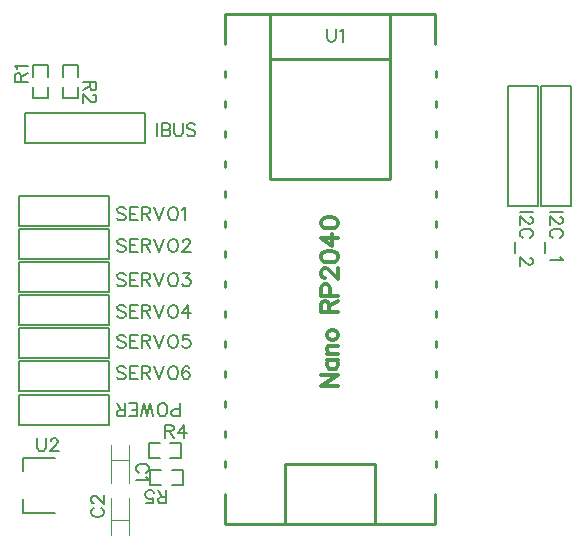
<source format=gto>
G04 Layer: TopSilkscreenLayer*
G04 EasyEDA v6.5.51, 2025-09-08 19:21:40*
G04 d3bb8f252c9f4849ab45821a22fd5e0f,1706e92ce9fe400092762f31ba6d8469,10*
G04 Gerber Generator version 0.2*
G04 Scale: 100 percent, Rotated: No, Reflected: No *
G04 Dimensions in millimeters *
G04 leading zeros omitted , absolute positions ,4 integer and 5 decimal *
%FSLAX45Y45*%
%MOMM*%

%ADD10C,0.1524*%
%ADD11C,0.3000*%
%ADD12C,0.0800*%
%ADD13C,0.2032*%
%ADD14C,0.2030*%
%ADD15C,0.2540*%
%ADD16C,0.0178*%

%LPD*%
D10*
X2682747Y4853559D02*
G01*
X2693161Y4858893D01*
X2703575Y4869306D01*
X2708656Y4879467D01*
X2708656Y4900295D01*
X2703575Y4910709D01*
X2693161Y4921122D01*
X2682747Y4926456D01*
X2667000Y4931537D01*
X2641091Y4931537D01*
X2625597Y4926456D01*
X2615184Y4921122D01*
X2604770Y4910709D01*
X2599690Y4900295D01*
X2599690Y4879467D01*
X2604770Y4869306D01*
X2615184Y4858893D01*
X2625597Y4853559D01*
X2687827Y4819269D02*
G01*
X2693161Y4808854D01*
X2708656Y4793361D01*
X2599690Y4793361D01*
X2244852Y4557140D02*
G01*
X2234438Y4551806D01*
X2224024Y4541393D01*
X2218943Y4531232D01*
X2218943Y4510404D01*
X2224024Y4499990D01*
X2234438Y4489577D01*
X2244852Y4484243D01*
X2260600Y4479162D01*
X2286508Y4479162D01*
X2302002Y4484243D01*
X2312415Y4489577D01*
X2322829Y4499990D01*
X2327909Y4510404D01*
X2327909Y4531232D01*
X2322829Y4541393D01*
X2312415Y4551806D01*
X2302002Y4557140D01*
X2244852Y4596511D02*
G01*
X2239772Y4596511D01*
X2229358Y4601845D01*
X2224024Y4606925D01*
X2218943Y4617338D01*
X2218943Y4638167D01*
X2224024Y4648580D01*
X2229358Y4653661D01*
X2239772Y4658995D01*
X2250186Y4658995D01*
X2260600Y4653661D01*
X2276093Y4643246D01*
X2327909Y4591430D01*
X2327909Y4664075D01*
X6211315Y7061200D02*
G01*
X6102350Y7061200D01*
X6185408Y7021829D02*
G01*
X6190488Y7021829D01*
X6200902Y7016495D01*
X6206236Y7011415D01*
X6211315Y7001002D01*
X6211315Y6980173D01*
X6206236Y6969760D01*
X6200902Y6964679D01*
X6190488Y6959345D01*
X6180074Y6959345D01*
X6169659Y6964679D01*
X6154165Y6974839D01*
X6102350Y7026910D01*
X6102350Y6954265D01*
X6185408Y6841997D02*
G01*
X6195822Y6847078D01*
X6206236Y6857492D01*
X6211315Y6867905D01*
X6211315Y6888734D01*
X6206236Y6899147D01*
X6195822Y6909562D01*
X6185408Y6914642D01*
X6169659Y6919976D01*
X6143752Y6919976D01*
X6128258Y6914642D01*
X6117843Y6909562D01*
X6107429Y6899147D01*
X6102350Y6888731D01*
X6102350Y6867905D01*
X6107429Y6857492D01*
X6117843Y6847078D01*
X6128258Y6841997D01*
X6065774Y6807708D02*
G01*
X6065774Y6714236D01*
X6190488Y6679945D02*
G01*
X6195822Y6669531D01*
X6211315Y6653784D01*
X6102350Y6653784D01*
X5957315Y7061200D02*
G01*
X5848350Y7061200D01*
X5931408Y7021829D02*
G01*
X5936488Y7021829D01*
X5946902Y7016495D01*
X5952236Y7011415D01*
X5957315Y7001002D01*
X5957315Y6980173D01*
X5952236Y6969760D01*
X5946902Y6964679D01*
X5936488Y6959345D01*
X5926074Y6959345D01*
X5915659Y6964679D01*
X5900165Y6974839D01*
X5848350Y7026910D01*
X5848350Y6954265D01*
X5931408Y6841997D02*
G01*
X5941822Y6847078D01*
X5952236Y6857492D01*
X5957315Y6867905D01*
X5957315Y6888734D01*
X5952236Y6899147D01*
X5941822Y6909562D01*
X5931408Y6914642D01*
X5915659Y6919976D01*
X5889752Y6919976D01*
X5874258Y6914642D01*
X5863843Y6909562D01*
X5853429Y6899147D01*
X5848350Y6888734D01*
X5848350Y6867905D01*
X5853429Y6857492D01*
X5863843Y6847078D01*
X5874258Y6841997D01*
X5811774Y6807708D02*
G01*
X5811774Y6714236D01*
X5931408Y6674612D02*
G01*
X5936488Y6674612D01*
X5946902Y6669531D01*
X5952236Y6664197D01*
X5957315Y6653784D01*
X5957315Y6633210D01*
X5952236Y6622795D01*
X5946902Y6617462D01*
X5936488Y6612381D01*
X5926074Y6612381D01*
X5915659Y6617462D01*
X5900165Y6627876D01*
X5848350Y6679945D01*
X5848350Y6607047D01*
X2781300Y7811515D02*
G01*
X2781300Y7702550D01*
X2815590Y7811515D02*
G01*
X2815590Y7702550D01*
X2815590Y7811515D02*
G01*
X2862325Y7811515D01*
X2877820Y7806436D01*
X2883154Y7801102D01*
X2888234Y7790687D01*
X2888234Y7780273D01*
X2883154Y7769860D01*
X2877820Y7764779D01*
X2862325Y7759700D01*
X2815590Y7759700D02*
G01*
X2862325Y7759700D01*
X2877820Y7754365D01*
X2883154Y7749286D01*
X2888234Y7738871D01*
X2888234Y7723123D01*
X2883154Y7712710D01*
X2877820Y7707629D01*
X2862325Y7702550D01*
X2815590Y7702550D01*
X2922524Y7811515D02*
G01*
X2922524Y7733537D01*
X2927858Y7718044D01*
X2938272Y7707629D01*
X2953765Y7702550D01*
X2964179Y7702550D01*
X2979674Y7707629D01*
X2990088Y7718044D01*
X2995422Y7733537D01*
X2995422Y7811515D01*
X3102356Y7796021D02*
G01*
X3091941Y7806436D01*
X3076447Y7811515D01*
X3055620Y7811515D01*
X3040125Y7806436D01*
X3029711Y7796021D01*
X3029711Y7785608D01*
X3034791Y7775194D01*
X3040125Y7769860D01*
X3050540Y7764779D01*
X3081527Y7754365D01*
X3091941Y7749286D01*
X3097275Y7743952D01*
X3102356Y7733537D01*
X3102356Y7718044D01*
X3091941Y7707629D01*
X3076447Y7702550D01*
X3055620Y7702550D01*
X3040125Y7707629D01*
X3029711Y7718044D01*
X2971802Y5332984D02*
G01*
X2971800Y5441950D01*
X2971802Y5332984D02*
G01*
X2925063Y5332984D01*
X2909570Y5338063D01*
X2904236Y5343397D01*
X2899156Y5353812D01*
X2899156Y5369305D01*
X2904236Y5379720D01*
X2909570Y5384800D01*
X2925063Y5390134D01*
X2971800Y5390136D01*
X2833624Y5332984D02*
G01*
X2844038Y5338063D01*
X2854452Y5348478D01*
X2859531Y5358892D01*
X2864865Y5374637D01*
X2864865Y5400547D01*
X2859531Y5416042D01*
X2854452Y5426455D01*
X2844038Y5436870D01*
X2833624Y5441950D01*
X2812795Y5441950D01*
X2802381Y5436870D01*
X2791968Y5426455D01*
X2786888Y5416042D01*
X2781554Y5400547D01*
X2781554Y5374639D01*
X2786888Y5358892D01*
X2791968Y5348478D01*
X2802381Y5338063D01*
X2812795Y5332984D01*
X2833624Y5332984D01*
X2747263Y5332984D02*
G01*
X2721356Y5441950D01*
X2695447Y5332984D02*
G01*
X2721356Y5441950D01*
X2695447Y5332984D02*
G01*
X2669540Y5441950D01*
X2643377Y5332984D02*
G01*
X2669540Y5441950D01*
X2609088Y5332984D02*
G01*
X2609088Y5441950D01*
X2609088Y5332984D02*
G01*
X2541524Y5332984D01*
X2609088Y5384800D02*
G01*
X2567686Y5384800D01*
X2609088Y5441950D02*
G01*
X2541524Y5441950D01*
X2507234Y5332984D02*
G01*
X2507234Y5441950D01*
X2507234Y5332984D02*
G01*
X2460497Y5332984D01*
X2445004Y5338063D01*
X2439670Y5343397D01*
X2434590Y5353812D01*
X2434590Y5364226D01*
X2439670Y5374639D01*
X2445004Y5379720D01*
X2460497Y5384800D01*
X2507234Y5384800D01*
X2470911Y5384800D02*
G01*
X2434590Y5441950D01*
X2511043Y7084821D02*
G01*
X2500629Y7095236D01*
X2485136Y7100315D01*
X2464308Y7100315D01*
X2448813Y7095236D01*
X2438400Y7084821D01*
X2438400Y7074408D01*
X2443479Y7063994D01*
X2448813Y7058660D01*
X2459227Y7053579D01*
X2490470Y7043165D01*
X2500629Y7038086D01*
X2505963Y7032752D01*
X2511043Y7022337D01*
X2511043Y7006844D01*
X2500629Y6996429D01*
X2485136Y6991350D01*
X2464308Y6991350D01*
X2448813Y6996429D01*
X2438400Y7006844D01*
X2545334Y7100315D02*
G01*
X2545334Y6991350D01*
X2545334Y7100315D02*
G01*
X2612897Y7100315D01*
X2545334Y7048500D02*
G01*
X2586990Y7048500D01*
X2545334Y6991350D02*
G01*
X2612897Y6991350D01*
X2647188Y7100315D02*
G01*
X2647188Y6991350D01*
X2647188Y7100315D02*
G01*
X2693924Y7100315D01*
X2709672Y7095236D01*
X2714752Y7089902D01*
X2720086Y7079487D01*
X2720086Y7069073D01*
X2714752Y7058660D01*
X2709672Y7053579D01*
X2693924Y7048500D01*
X2647188Y7048500D01*
X2683509Y7048500D02*
G01*
X2720086Y6991350D01*
X2754375Y7100315D02*
G01*
X2795777Y6991350D01*
X2837434Y7100315D02*
G01*
X2795777Y6991350D01*
X2902965Y7100315D02*
G01*
X2892552Y7095236D01*
X2882138Y7084821D01*
X2876804Y7074408D01*
X2871724Y7058660D01*
X2871724Y7032752D01*
X2876804Y7017258D01*
X2882138Y7006844D01*
X2892552Y6996429D01*
X2902965Y6991350D01*
X2923540Y6991350D01*
X2933954Y6996429D01*
X2944368Y7006844D01*
X2949702Y7017258D01*
X2954781Y7032752D01*
X2954781Y7058660D01*
X2949702Y7074408D01*
X2944368Y7084821D01*
X2933954Y7095236D01*
X2923540Y7100315D01*
X2902965Y7100315D01*
X2989072Y7079487D02*
G01*
X2999486Y7084821D01*
X3014979Y7100315D01*
X3014979Y6991350D01*
X2511043Y6818121D02*
G01*
X2500629Y6828536D01*
X2485136Y6833615D01*
X2464308Y6833615D01*
X2448813Y6828536D01*
X2438400Y6818121D01*
X2438400Y6807708D01*
X2443479Y6797294D01*
X2448813Y6791960D01*
X2459227Y6786879D01*
X2490470Y6776465D01*
X2500629Y6771386D01*
X2505963Y6766052D01*
X2511043Y6755637D01*
X2511043Y6740144D01*
X2500629Y6729729D01*
X2485136Y6724650D01*
X2464308Y6724650D01*
X2448813Y6729729D01*
X2438400Y6740144D01*
X2545334Y6833615D02*
G01*
X2545334Y6724650D01*
X2545334Y6833615D02*
G01*
X2612897Y6833615D01*
X2545334Y6781800D02*
G01*
X2586990Y6781800D01*
X2545334Y6724650D02*
G01*
X2612897Y6724650D01*
X2647188Y6833615D02*
G01*
X2647188Y6724650D01*
X2647188Y6833615D02*
G01*
X2693924Y6833615D01*
X2709672Y6828536D01*
X2714752Y6823202D01*
X2720086Y6812787D01*
X2720086Y6802373D01*
X2714752Y6791960D01*
X2709672Y6786879D01*
X2693924Y6781800D01*
X2647188Y6781800D01*
X2683509Y6781800D02*
G01*
X2720086Y6724650D01*
X2754375Y6833615D02*
G01*
X2795777Y6724650D01*
X2837434Y6833615D02*
G01*
X2795777Y6724650D01*
X2902965Y6833615D02*
G01*
X2892552Y6828536D01*
X2882138Y6818121D01*
X2876804Y6807708D01*
X2871724Y6791960D01*
X2871724Y6766052D01*
X2876804Y6750558D01*
X2882138Y6740144D01*
X2892552Y6729729D01*
X2902965Y6724650D01*
X2923540Y6724650D01*
X2933954Y6729729D01*
X2944368Y6740144D01*
X2949702Y6750558D01*
X2954781Y6766052D01*
X2954781Y6791960D01*
X2949702Y6807708D01*
X2944368Y6818121D01*
X2933954Y6828536D01*
X2923540Y6833615D01*
X2902965Y6833615D01*
X2994406Y6807708D02*
G01*
X2994406Y6812787D01*
X2999486Y6823202D01*
X3004820Y6828536D01*
X3014979Y6833615D01*
X3035808Y6833615D01*
X3046222Y6828536D01*
X3051556Y6823202D01*
X3056636Y6812787D01*
X3056636Y6802373D01*
X3051556Y6791960D01*
X3041141Y6776465D01*
X2989072Y6724650D01*
X3061970Y6724650D01*
X2511043Y6526021D02*
G01*
X2500629Y6536436D01*
X2485136Y6541515D01*
X2464308Y6541515D01*
X2448813Y6536436D01*
X2438400Y6526021D01*
X2438400Y6515607D01*
X2443479Y6505194D01*
X2448813Y6499860D01*
X2459227Y6494779D01*
X2490470Y6484365D01*
X2500629Y6479286D01*
X2505963Y6473952D01*
X2511043Y6463537D01*
X2511043Y6448044D01*
X2500629Y6437629D01*
X2485136Y6432550D01*
X2464308Y6432550D01*
X2448813Y6437629D01*
X2438400Y6448044D01*
X2545334Y6541515D02*
G01*
X2545334Y6432550D01*
X2545334Y6541515D02*
G01*
X2612897Y6541515D01*
X2545334Y6489700D02*
G01*
X2586990Y6489700D01*
X2545334Y6432550D02*
G01*
X2612897Y6432550D01*
X2647188Y6541515D02*
G01*
X2647188Y6432550D01*
X2647188Y6541515D02*
G01*
X2693924Y6541515D01*
X2709672Y6536436D01*
X2714752Y6531102D01*
X2720086Y6520687D01*
X2720086Y6510273D01*
X2714752Y6499860D01*
X2709672Y6494779D01*
X2693924Y6489700D01*
X2647188Y6489700D01*
X2683509Y6489700D02*
G01*
X2720086Y6432550D01*
X2754375Y6541515D02*
G01*
X2795777Y6432550D01*
X2837434Y6541515D02*
G01*
X2795777Y6432550D01*
X2902965Y6541515D02*
G01*
X2892552Y6536436D01*
X2882138Y6526021D01*
X2876804Y6515607D01*
X2871724Y6499860D01*
X2871724Y6473952D01*
X2876804Y6458457D01*
X2882138Y6448044D01*
X2892552Y6437629D01*
X2902965Y6432550D01*
X2923540Y6432550D01*
X2933954Y6437629D01*
X2944368Y6448044D01*
X2949702Y6458457D01*
X2954781Y6473952D01*
X2954781Y6499860D01*
X2949702Y6515607D01*
X2944368Y6526021D01*
X2933954Y6536436D01*
X2923540Y6541515D01*
X2902965Y6541515D01*
X2999486Y6541515D02*
G01*
X3056636Y6541515D01*
X3025393Y6499860D01*
X3041141Y6499860D01*
X3051556Y6494779D01*
X3056636Y6489700D01*
X3061970Y6473952D01*
X3061970Y6463537D01*
X3056636Y6448044D01*
X3046222Y6437629D01*
X3030727Y6432550D01*
X3014979Y6432550D01*
X2999486Y6437629D01*
X2994406Y6442710D01*
X2989072Y6453123D01*
X2511043Y6259321D02*
G01*
X2500629Y6269736D01*
X2485136Y6274815D01*
X2464308Y6274815D01*
X2448813Y6269736D01*
X2438400Y6259321D01*
X2438400Y6248907D01*
X2443479Y6238494D01*
X2448813Y6233160D01*
X2459227Y6228079D01*
X2490470Y6217665D01*
X2500629Y6212586D01*
X2505963Y6207252D01*
X2511043Y6196837D01*
X2511043Y6181344D01*
X2500629Y6170929D01*
X2485136Y6165850D01*
X2464308Y6165850D01*
X2448813Y6170929D01*
X2438400Y6181344D01*
X2545334Y6274815D02*
G01*
X2545334Y6165850D01*
X2545334Y6274815D02*
G01*
X2612897Y6274815D01*
X2545334Y6223000D02*
G01*
X2586990Y6223000D01*
X2545334Y6165850D02*
G01*
X2612897Y6165850D01*
X2647188Y6274815D02*
G01*
X2647188Y6165850D01*
X2647188Y6274815D02*
G01*
X2693924Y6274815D01*
X2709672Y6269736D01*
X2714752Y6264402D01*
X2720086Y6253987D01*
X2720086Y6243573D01*
X2714752Y6233160D01*
X2709672Y6228079D01*
X2693924Y6223000D01*
X2647188Y6223000D01*
X2683509Y6223000D02*
G01*
X2720086Y6165850D01*
X2754375Y6274815D02*
G01*
X2795777Y6165850D01*
X2837434Y6274815D02*
G01*
X2795777Y6165850D01*
X2902965Y6274815D02*
G01*
X2892552Y6269736D01*
X2882138Y6259321D01*
X2876804Y6248907D01*
X2871724Y6233160D01*
X2871724Y6207252D01*
X2876804Y6191757D01*
X2882138Y6181344D01*
X2892552Y6170929D01*
X2902965Y6165850D01*
X2923540Y6165850D01*
X2933954Y6170929D01*
X2944368Y6181344D01*
X2949702Y6191757D01*
X2954781Y6207252D01*
X2954781Y6233160D01*
X2949702Y6248907D01*
X2944368Y6259321D01*
X2933954Y6269736D01*
X2923540Y6274815D01*
X2902965Y6274815D01*
X3041141Y6274815D02*
G01*
X2989072Y6202171D01*
X3067050Y6202171D01*
X3041141Y6274815D02*
G01*
X3041141Y6165850D01*
X2511043Y6005321D02*
G01*
X2500629Y6015736D01*
X2485136Y6020815D01*
X2464308Y6020815D01*
X2448813Y6015736D01*
X2438400Y6005321D01*
X2438400Y5994907D01*
X2443479Y5984494D01*
X2448813Y5979160D01*
X2459227Y5974079D01*
X2490470Y5963665D01*
X2500629Y5958586D01*
X2505963Y5953252D01*
X2511043Y5942837D01*
X2511043Y5927344D01*
X2500629Y5916929D01*
X2485136Y5911850D01*
X2464308Y5911850D01*
X2448813Y5916929D01*
X2438400Y5927344D01*
X2545334Y6020815D02*
G01*
X2545334Y5911850D01*
X2545334Y6020815D02*
G01*
X2612897Y6020815D01*
X2545334Y5969000D02*
G01*
X2586990Y5969000D01*
X2545334Y5911850D02*
G01*
X2612897Y5911850D01*
X2647188Y6020815D02*
G01*
X2647188Y5911850D01*
X2647188Y6020815D02*
G01*
X2693924Y6020815D01*
X2709672Y6015736D01*
X2714752Y6010402D01*
X2720086Y5999987D01*
X2720086Y5989573D01*
X2714752Y5979160D01*
X2709672Y5974079D01*
X2693924Y5969000D01*
X2647188Y5969000D01*
X2683509Y5969000D02*
G01*
X2720086Y5911850D01*
X2754375Y6020815D02*
G01*
X2795777Y5911850D01*
X2837434Y6020815D02*
G01*
X2795777Y5911850D01*
X2902965Y6020815D02*
G01*
X2892552Y6015736D01*
X2882138Y6005321D01*
X2876804Y5994907D01*
X2871724Y5979160D01*
X2871724Y5953252D01*
X2876804Y5937757D01*
X2882138Y5927344D01*
X2892552Y5916929D01*
X2902965Y5911850D01*
X2923540Y5911850D01*
X2933954Y5916929D01*
X2944368Y5927344D01*
X2949702Y5937757D01*
X2954781Y5953252D01*
X2954781Y5979160D01*
X2949702Y5994907D01*
X2944368Y6005321D01*
X2933954Y6015736D01*
X2923540Y6020815D01*
X2902965Y6020815D01*
X3051556Y6020815D02*
G01*
X2999486Y6020815D01*
X2994406Y5974079D01*
X2999486Y5979160D01*
X3014979Y5984494D01*
X3030727Y5984494D01*
X3046222Y5979160D01*
X3056636Y5969000D01*
X3061970Y5953252D01*
X3061970Y5942837D01*
X3056636Y5927344D01*
X3046222Y5916929D01*
X3030727Y5911850D01*
X3014979Y5911850D01*
X2999486Y5916929D01*
X2994406Y5922010D01*
X2989072Y5932423D01*
X2511043Y5738621D02*
G01*
X2500629Y5749036D01*
X2485136Y5754115D01*
X2464308Y5754115D01*
X2448813Y5749036D01*
X2438400Y5738621D01*
X2438400Y5728207D01*
X2443479Y5717794D01*
X2448813Y5712460D01*
X2459227Y5707379D01*
X2490470Y5696965D01*
X2500629Y5691886D01*
X2505963Y5686552D01*
X2511043Y5676137D01*
X2511043Y5660644D01*
X2500629Y5650229D01*
X2485136Y5645150D01*
X2464308Y5645150D01*
X2448813Y5650229D01*
X2438400Y5660644D01*
X2545334Y5754115D02*
G01*
X2545334Y5645150D01*
X2545334Y5754115D02*
G01*
X2612897Y5754115D01*
X2545334Y5702300D02*
G01*
X2586990Y5702300D01*
X2545334Y5645150D02*
G01*
X2612897Y5645150D01*
X2647188Y5754115D02*
G01*
X2647188Y5645150D01*
X2647188Y5754115D02*
G01*
X2693924Y5754115D01*
X2709672Y5749036D01*
X2714752Y5743702D01*
X2720086Y5733287D01*
X2720086Y5722873D01*
X2714752Y5712460D01*
X2709672Y5707379D01*
X2693924Y5702300D01*
X2647188Y5702300D01*
X2683509Y5702300D02*
G01*
X2720086Y5645150D01*
X2754375Y5754115D02*
G01*
X2795777Y5645150D01*
X2837434Y5754115D02*
G01*
X2795777Y5645150D01*
X2902965Y5754115D02*
G01*
X2892552Y5749036D01*
X2882138Y5738621D01*
X2876804Y5728207D01*
X2871724Y5712460D01*
X2871724Y5686552D01*
X2876804Y5671057D01*
X2882138Y5660644D01*
X2892552Y5650229D01*
X2902965Y5645150D01*
X2923540Y5645150D01*
X2933954Y5650229D01*
X2944368Y5660644D01*
X2949702Y5671057D01*
X2954781Y5686552D01*
X2954781Y5712460D01*
X2949702Y5728207D01*
X2944368Y5738621D01*
X2933954Y5749036D01*
X2923540Y5754115D01*
X2902965Y5754115D01*
X3051556Y5738621D02*
G01*
X3046222Y5749036D01*
X3030727Y5754115D01*
X3020313Y5754115D01*
X3004820Y5749036D01*
X2994406Y5733287D01*
X2989072Y5707379D01*
X2989072Y5681471D01*
X2994406Y5660644D01*
X3004820Y5650229D01*
X3020313Y5645150D01*
X3025393Y5645150D01*
X3041141Y5650229D01*
X3051556Y5660644D01*
X3056636Y5676137D01*
X3056636Y5681471D01*
X3051556Y5696965D01*
X3041141Y5707379D01*
X3025393Y5712460D01*
X3020313Y5712460D01*
X3004820Y5707379D01*
X2994406Y5696965D01*
X2989072Y5681471D01*
X1573784Y8166100D02*
G01*
X1682750Y8166100D01*
X1573784Y8166100D02*
G01*
X1573784Y8212836D01*
X1578863Y8228329D01*
X1584197Y8233663D01*
X1594612Y8238744D01*
X1605026Y8238744D01*
X1615439Y8233663D01*
X1620520Y8228329D01*
X1625600Y8212836D01*
X1625600Y8166100D01*
X1625600Y8202421D02*
G01*
X1682750Y8238744D01*
X1594612Y8273034D02*
G01*
X1589278Y8283447D01*
X1573784Y8299195D01*
X1682750Y8299195D01*
X2261615Y8166100D02*
G01*
X2152650Y8166100D01*
X2261615Y8166100D02*
G01*
X2261615Y8119363D01*
X2256536Y8103870D01*
X2251202Y8098536D01*
X2240788Y8093455D01*
X2230374Y8093455D01*
X2219959Y8098536D01*
X2214879Y8103870D01*
X2209800Y8119363D01*
X2209800Y8166100D01*
X2209800Y8129778D02*
G01*
X2152650Y8093455D01*
X2235708Y8053831D02*
G01*
X2240788Y8053831D01*
X2251202Y8048752D01*
X2256536Y8043418D01*
X2261615Y8033004D01*
X2261615Y8012429D01*
X2256536Y8002015D01*
X2251202Y7996681D01*
X2240788Y7991602D01*
X2230374Y7991602D01*
X2219959Y7996681D01*
X2204465Y8007095D01*
X2152650Y8059165D01*
X2152650Y7986268D01*
X2844800Y5258815D02*
G01*
X2844800Y5149850D01*
X2844800Y5258815D02*
G01*
X2891536Y5258815D01*
X2907029Y5253736D01*
X2912363Y5248402D01*
X2917443Y5237987D01*
X2917443Y5227573D01*
X2912363Y5217160D01*
X2907029Y5212079D01*
X2891536Y5207000D01*
X2844800Y5207000D01*
X2881122Y5207000D02*
G01*
X2917443Y5149850D01*
X3003804Y5258815D02*
G01*
X2951734Y5186171D01*
X3029711Y5186171D01*
X3003804Y5258815D02*
G01*
X3003804Y5149850D01*
X2857500Y4596384D02*
G01*
X2857500Y4705350D01*
X2857500Y4596384D02*
G01*
X2810763Y4596384D01*
X2795270Y4601463D01*
X2789936Y4606797D01*
X2784856Y4617212D01*
X2784856Y4627626D01*
X2789936Y4638039D01*
X2795270Y4643120D01*
X2810763Y4648200D01*
X2857500Y4648200D01*
X2821177Y4648200D02*
G01*
X2784856Y4705350D01*
X2688081Y4596384D02*
G01*
X2740152Y4596384D01*
X2745231Y4643120D01*
X2740152Y4638039D01*
X2724404Y4632705D01*
X2708909Y4632705D01*
X2693415Y4638039D01*
X2683002Y4648200D01*
X2677668Y4663947D01*
X2677668Y4674362D01*
X2683002Y4689855D01*
X2693415Y4700270D01*
X2708909Y4705350D01*
X2724404Y4705350D01*
X2740152Y4700270D01*
X2745231Y4695189D01*
X2750565Y4684776D01*
X4216400Y8611615D02*
G01*
X4216400Y8533637D01*
X4221479Y8518144D01*
X4231893Y8507729D01*
X4247641Y8502650D01*
X4258056Y8502650D01*
X4273550Y8507729D01*
X4283963Y8518144D01*
X4289043Y8533637D01*
X4289043Y8611615D01*
X4323334Y8590787D02*
G01*
X4333747Y8596121D01*
X4349495Y8611615D01*
X4349495Y8502650D01*
D11*
X4166615Y5588000D02*
G01*
X4309872Y5588000D01*
X4166615Y5588000D02*
G01*
X4309872Y5683504D01*
X4166615Y5683504D02*
G01*
X4309872Y5683504D01*
X4214368Y5810250D02*
G01*
X4309872Y5810250D01*
X4234941Y5810250D02*
G01*
X4221225Y5796534D01*
X4214368Y5783071D01*
X4214368Y5762497D01*
X4221225Y5749036D01*
X4234941Y5735320D01*
X4255261Y5728462D01*
X4268977Y5728462D01*
X4289297Y5735320D01*
X4303013Y5749036D01*
X4309872Y5762497D01*
X4309872Y5783071D01*
X4303013Y5796534D01*
X4289297Y5810250D01*
X4214368Y5855207D02*
G01*
X4309872Y5855207D01*
X4241545Y5855207D02*
G01*
X4221225Y5875781D01*
X4214368Y5889244D01*
X4214368Y5909818D01*
X4221225Y5923534D01*
X4241545Y5930392D01*
X4309872Y5930392D01*
X4214368Y6009386D02*
G01*
X4221225Y5995670D01*
X4234941Y5982207D01*
X4255261Y5975350D01*
X4268977Y5975350D01*
X4289297Y5982207D01*
X4303013Y5995670D01*
X4309872Y6009386D01*
X4309872Y6029705D01*
X4303013Y6043421D01*
X4289297Y6057137D01*
X4268977Y6063995D01*
X4255261Y6063995D01*
X4234941Y6057137D01*
X4221225Y6043421D01*
X4214368Y6029705D01*
X4214368Y6009386D01*
X4166615Y6213855D02*
G01*
X4309872Y6213855D01*
X4166615Y6213855D02*
G01*
X4166615Y6275323D01*
X4173474Y6295644D01*
X4180331Y6302502D01*
X4193793Y6309360D01*
X4207509Y6309360D01*
X4221225Y6302502D01*
X4228084Y6295644D01*
X4234941Y6275323D01*
X4234941Y6213855D01*
X4234941Y6261607D02*
G01*
X4309872Y6309360D01*
X4166615Y6354318D02*
G01*
X4309872Y6354318D01*
X4166615Y6354318D02*
G01*
X4166615Y6415786D01*
X4173474Y6436105D01*
X4180331Y6442963D01*
X4193793Y6449821D01*
X4214368Y6449821D01*
X4228084Y6442963D01*
X4234941Y6436105D01*
X4241545Y6415786D01*
X4241545Y6354318D01*
X4200652Y6501637D02*
G01*
X4193793Y6501637D01*
X4180331Y6508495D01*
X4173474Y6515354D01*
X4166615Y6528815D01*
X4166615Y6556247D01*
X4173474Y6569710D01*
X4180331Y6576568D01*
X4193793Y6583426D01*
X4207509Y6583426D01*
X4221225Y6576568D01*
X4241545Y6563105D01*
X4309872Y6494779D01*
X4309872Y6590284D01*
X4166615Y6676136D02*
G01*
X4173474Y6655815D01*
X4193793Y6642100D01*
X4228084Y6635242D01*
X4248404Y6635242D01*
X4282440Y6642100D01*
X4303013Y6655815D01*
X4309872Y6676136D01*
X4309872Y6689852D01*
X4303013Y6710171D01*
X4282440Y6723887D01*
X4248404Y6730745D01*
X4228084Y6730745D01*
X4193793Y6723887D01*
X4173474Y6710171D01*
X4166615Y6689852D01*
X4166615Y6676136D01*
X4166615Y6844029D02*
G01*
X4262120Y6775704D01*
X4262120Y6878065D01*
X4166615Y6844029D02*
G01*
X4309872Y6844029D01*
X4166615Y6963918D02*
G01*
X4173474Y6943344D01*
X4193793Y6929881D01*
X4228084Y6923023D01*
X4248404Y6923023D01*
X4282440Y6929881D01*
X4303013Y6943344D01*
X4309872Y6963918D01*
X4309872Y6977634D01*
X4303013Y6997954D01*
X4282440Y7011670D01*
X4248404Y7018528D01*
X4228084Y7018528D01*
X4193793Y7011670D01*
X4173474Y6997954D01*
X4166615Y6977634D01*
X4166615Y6963918D01*
D10*
X1763331Y5144528D02*
G01*
X1763331Y5066550D01*
X1768411Y5051056D01*
X1778825Y5040642D01*
X1794573Y5035562D01*
X1804987Y5035562D01*
X1820481Y5040642D01*
X1830895Y5051056D01*
X1835975Y5066550D01*
X1835975Y5144528D01*
X1875599Y5118620D02*
G01*
X1875599Y5123700D01*
X1880679Y5134114D01*
X1886013Y5139448D01*
X1896427Y5144528D01*
X1917001Y5144528D01*
X1927415Y5139448D01*
X1932749Y5134114D01*
X1937829Y5123700D01*
X1937829Y5113286D01*
X1932749Y5102872D01*
X1922335Y5087378D01*
X1870265Y5035562D01*
X1943163Y5035562D01*
D12*
X2383790Y5085079D02*
G01*
X2383790Y4770120D01*
X2543809Y5087620D02*
G01*
X2543809Y4767579D01*
X2383790Y4959949D02*
G01*
X2543809Y4959576D01*
X2543809Y4325620D02*
G01*
X2543809Y4640579D01*
X2383790Y4323079D02*
G01*
X2383790Y4643120D01*
X2543809Y4450750D02*
G01*
X2383790Y4451123D01*
D13*
X6286500Y7112000D02*
G01*
X6032500Y7112000D01*
X6032500Y8128000D01*
X6286500Y8128000D01*
X6286500Y7937500D01*
D14*
X6286500Y7112000D02*
G01*
X6286500Y7937500D01*
D13*
X6007100Y7112000D02*
G01*
X5753100Y7112000D01*
X5753100Y8128000D01*
X6007100Y8128000D01*
X6007100Y7937500D01*
D14*
X6007100Y7112000D02*
G01*
X6007100Y7937500D01*
D13*
X2679700Y7899400D02*
G01*
X2679700Y7645400D01*
X1663700Y7645400D01*
X1663700Y7899400D01*
X1854200Y7899400D01*
D14*
X2679700Y7899400D02*
G01*
X1854200Y7899400D01*
D13*
X2184400Y5257800D02*
G01*
X2374900Y5257800D01*
X2374900Y5511800D01*
X1612900Y5511800D01*
X1612900Y5257800D01*
D14*
X1612900Y5257800D02*
G01*
X2184400Y5257800D01*
D13*
X1803400Y7200900D02*
G01*
X1612900Y7200900D01*
X1612900Y6946900D01*
X2374900Y6946900D01*
X2374900Y7200900D01*
D14*
X2374900Y7200900D02*
G01*
X1803400Y7200900D01*
D13*
X1803400Y6921500D02*
G01*
X1612900Y6921500D01*
X1612900Y6667500D01*
X2374900Y6667500D01*
X2374900Y6921500D01*
D14*
X2374900Y6921500D02*
G01*
X1803400Y6921500D01*
D13*
X1803400Y6642100D02*
G01*
X1612900Y6642100D01*
X1612900Y6388100D01*
X2374900Y6388100D01*
X2374900Y6642100D01*
D14*
X2374900Y6642100D02*
G01*
X1803400Y6642100D01*
D13*
X1803400Y6362700D02*
G01*
X1612900Y6362700D01*
X1612900Y6108700D01*
X2374900Y6108700D01*
X2374900Y6362700D01*
D14*
X2374900Y6362700D02*
G01*
X1803400Y6362700D01*
D13*
X1803400Y6083300D02*
G01*
X1612900Y6083300D01*
X1612900Y5829300D01*
X2374900Y5829300D01*
X2374900Y6083300D01*
D14*
X2374900Y6083300D02*
G01*
X1803400Y6083300D01*
D13*
X1803400Y5803900D02*
G01*
X1612900Y5803900D01*
X1612900Y5549900D01*
X2374900Y5549900D01*
X2374900Y5803900D01*
D14*
X2374900Y5803900D02*
G01*
X1803400Y5803900D01*
D10*
X1856760Y8208721D02*
G01*
X1856760Y8304608D01*
X1724639Y8304608D01*
X1724639Y8208721D01*
X1856760Y8123478D02*
G01*
X1856760Y8027591D01*
X1724639Y8027591D01*
X1724639Y8123478D01*
X1978639Y8123478D02*
G01*
X1978639Y8027591D01*
X2110760Y8027591D01*
X2110760Y8123478D01*
X1978639Y8208721D02*
G01*
X1978639Y8304608D01*
X2110760Y8304608D01*
X2110760Y8208721D01*
X2887421Y4975839D02*
G01*
X2983308Y4975839D01*
X2983308Y5107960D01*
X2887421Y5107960D01*
X2802178Y4975839D02*
G01*
X2706291Y4975839D01*
X2706291Y5107960D01*
X2802178Y5107960D01*
X2814878Y4879360D02*
G01*
X2718991Y4879360D01*
X2718991Y4747239D01*
X2814878Y4747239D01*
X2900121Y4879360D02*
G01*
X2996008Y4879360D01*
X2996008Y4747239D01*
X2900121Y4747239D01*
D15*
X3352800Y8255000D02*
G01*
X3352800Y8204200D01*
X3352800Y8483600D02*
G01*
X3352800Y8737600D01*
X5130800Y8737600D01*
X5130800Y8483600D01*
X3352800Y4673600D02*
G01*
X3352800Y4419600D01*
X5130800Y4419600D01*
X5130800Y4673600D01*
X5143500Y8255000D02*
G01*
X5143500Y8204200D01*
X5143500Y8001000D02*
G01*
X5143500Y7950200D01*
X5143500Y4953000D02*
G01*
X5143500Y4902200D01*
X5143500Y5207000D02*
G01*
X5143500Y5156200D01*
X5143500Y5461000D02*
G01*
X5143500Y5410200D01*
X5143500Y5715000D02*
G01*
X5143500Y5664200D01*
X5143500Y5969000D02*
G01*
X5143500Y5918200D01*
X5143500Y6223000D02*
G01*
X5143500Y6172200D01*
X5143500Y6477000D02*
G01*
X5143500Y6426200D01*
X5143500Y6731000D02*
G01*
X5143500Y6680200D01*
X5143500Y6985000D02*
G01*
X5143500Y6934200D01*
X5143500Y7239000D02*
G01*
X5143500Y7188200D01*
X5143500Y7493000D02*
G01*
X5143500Y7442200D01*
X5143500Y7747000D02*
G01*
X5143500Y7696200D01*
X3352800Y4953000D02*
G01*
X3352800Y4902200D01*
X3352800Y5207000D02*
G01*
X3352800Y5156200D01*
X3352800Y5461000D02*
G01*
X3352800Y5410200D01*
X3352800Y5715000D02*
G01*
X3352800Y5664200D01*
X3352800Y5969000D02*
G01*
X3352800Y5918200D01*
X3352800Y6223000D02*
G01*
X3352800Y6172200D01*
X3352800Y6477000D02*
G01*
X3352800Y6426200D01*
X3352800Y6731000D02*
G01*
X3352800Y6680200D01*
X3352800Y6985000D02*
G01*
X3352800Y6934200D01*
X3352800Y7239000D02*
G01*
X3352800Y7188200D01*
X3352800Y7493000D02*
G01*
X3352800Y7442200D01*
X3352800Y7747000D02*
G01*
X3352800Y7696200D01*
X3352800Y8001000D02*
G01*
X3352800Y7950200D01*
X3733800Y8737600D02*
G01*
X4749800Y8737600D01*
X4749800Y7340600D01*
X3733800Y7340600D01*
X3733800Y8737600D01*
X3733800Y8356600D02*
G01*
X4749800Y8356600D01*
X4749800Y7340600D01*
X3733800Y7340600D01*
X3733800Y8356600D01*
X3860800Y4927600D02*
G01*
X4622800Y4927600D01*
X4622800Y4419600D01*
X3860800Y4419600D01*
X3860800Y4927600D01*
D10*
X1911748Y4982430D02*
G01*
X1646511Y4982430D01*
X1646511Y4867549D01*
X1911748Y4517194D02*
G01*
X1646511Y4517194D01*
X1646511Y4632076D01*
M02*

</source>
